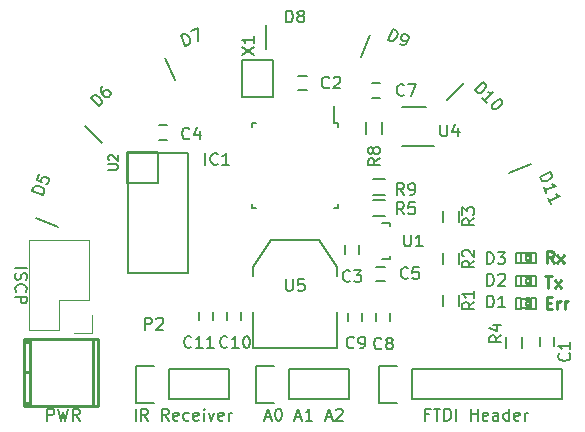
<source format=gto>
G04 #@! TF.FileFunction,Legend,Top*
%FSLAX46Y46*%
G04 Gerber Fmt 4.6, Leading zero omitted, Abs format (unit mm)*
G04 Created by KiCad (PCBNEW (2015-05-28 BZR 5690)-product) date Thursday, June 25, 2015 'AMt' 09:08:00 AM*
%MOMM*%
G01*
G04 APERTURE LIST*
%ADD10C,0.100000*%
%ADD11C,0.200000*%
%ADD12C,0.250000*%
%ADD13C,0.150000*%
%ADD14C,0.254000*%
%ADD15C,0.160000*%
G04 APERTURE END LIST*
D10*
D11*
X132096285Y-114016667D02*
X132572476Y-114016667D01*
X132001047Y-114302381D02*
X132334380Y-113302381D01*
X132667714Y-114302381D01*
X133191523Y-113302381D02*
X133286762Y-113302381D01*
X133382000Y-113350000D01*
X133429619Y-113397619D01*
X133477238Y-113492857D01*
X133524857Y-113683333D01*
X133524857Y-113921429D01*
X133477238Y-114111905D01*
X133429619Y-114207143D01*
X133382000Y-114254762D01*
X133286762Y-114302381D01*
X133191523Y-114302381D01*
X133096285Y-114254762D01*
X133048666Y-114207143D01*
X133001047Y-114111905D01*
X132953428Y-113921429D01*
X132953428Y-113683333D01*
X133001047Y-113492857D01*
X133048666Y-113397619D01*
X133096285Y-113350000D01*
X133191523Y-113302381D01*
X134667714Y-114016667D02*
X135143905Y-114016667D01*
X134572476Y-114302381D02*
X134905809Y-113302381D01*
X135239143Y-114302381D01*
X136096286Y-114302381D02*
X135524857Y-114302381D01*
X135810571Y-114302381D02*
X135810571Y-113302381D01*
X135715333Y-113445238D01*
X135620095Y-113540476D01*
X135524857Y-113588095D01*
X137239143Y-114016667D02*
X137715334Y-114016667D01*
X137143905Y-114302381D02*
X137477238Y-113302381D01*
X137810572Y-114302381D01*
X138096286Y-113397619D02*
X138143905Y-113350000D01*
X138239143Y-113302381D01*
X138477239Y-113302381D01*
X138572477Y-113350000D01*
X138620096Y-113397619D01*
X138667715Y-113492857D01*
X138667715Y-113588095D01*
X138620096Y-113730952D01*
X138048667Y-114302381D01*
X138667715Y-114302381D01*
D10*
X117475000Y-106934000D02*
X117475000Y-105410000D01*
X115951000Y-106934000D02*
X117475000Y-106934000D01*
X117221000Y-104140000D02*
X117221000Y-99060000D01*
X114681000Y-104140000D02*
X117221000Y-104140000D01*
X114681000Y-106680000D02*
X114681000Y-104140000D01*
X112141000Y-106680000D02*
X114681000Y-106680000D01*
X112141000Y-99060000D02*
X112141000Y-106680000D01*
X117221000Y-99060000D02*
X112141000Y-99060000D01*
D11*
X110926619Y-101393810D02*
X111926619Y-101393810D01*
X110974238Y-101822381D02*
X110926619Y-101965238D01*
X110926619Y-102203334D01*
X110974238Y-102298572D01*
X111021857Y-102346191D01*
X111117095Y-102393810D01*
X111212333Y-102393810D01*
X111307571Y-102346191D01*
X111355190Y-102298572D01*
X111402810Y-102203334D01*
X111450429Y-102012857D01*
X111498048Y-101917619D01*
X111545667Y-101870000D01*
X111640905Y-101822381D01*
X111736143Y-101822381D01*
X111831381Y-101870000D01*
X111879000Y-101917619D01*
X111926619Y-102012857D01*
X111926619Y-102250953D01*
X111879000Y-102393810D01*
X111021857Y-103393810D02*
X110974238Y-103346191D01*
X110926619Y-103203334D01*
X110926619Y-103108096D01*
X110974238Y-102965238D01*
X111069476Y-102870000D01*
X111164714Y-102822381D01*
X111355190Y-102774762D01*
X111498048Y-102774762D01*
X111688524Y-102822381D01*
X111783762Y-102870000D01*
X111879000Y-102965238D01*
X111926619Y-103108096D01*
X111926619Y-103203334D01*
X111879000Y-103346191D01*
X111831381Y-103393810D01*
X110926619Y-103822381D02*
X111926619Y-103822381D01*
X111926619Y-104203334D01*
X111879000Y-104298572D01*
X111831381Y-104346191D01*
X111736143Y-104393810D01*
X111593286Y-104393810D01*
X111498048Y-104346191D01*
X111450429Y-104298572D01*
X111402810Y-104203334D01*
X111402810Y-103822381D01*
D12*
X155940095Y-104322571D02*
X156273429Y-104322571D01*
X156416286Y-104846381D02*
X155940095Y-104846381D01*
X155940095Y-103846381D01*
X156416286Y-103846381D01*
X156844857Y-104846381D02*
X156844857Y-104179714D01*
X156844857Y-104370190D02*
X156892476Y-104274952D01*
X156940095Y-104227333D01*
X157035333Y-104179714D01*
X157130572Y-104179714D01*
X157463905Y-104846381D02*
X157463905Y-104179714D01*
X157463905Y-104370190D02*
X157511524Y-104274952D01*
X157559143Y-104227333D01*
X157654381Y-104179714D01*
X157749620Y-104179714D01*
X155797238Y-102068381D02*
X156368667Y-102068381D01*
X156082952Y-103068381D02*
X156082952Y-102068381D01*
X156606762Y-103068381D02*
X157130572Y-102401714D01*
X156606762Y-102401714D02*
X157130572Y-103068381D01*
X156511524Y-100960181D02*
X156178190Y-100483990D01*
X155940095Y-100960181D02*
X155940095Y-99960181D01*
X156321048Y-99960181D01*
X156416286Y-100007800D01*
X156463905Y-100055419D01*
X156511524Y-100150657D01*
X156511524Y-100293514D01*
X156463905Y-100388752D01*
X156416286Y-100436371D01*
X156321048Y-100483990D01*
X155940095Y-100483990D01*
X156844857Y-100960181D02*
X157368667Y-100293514D01*
X156844857Y-100293514D02*
X157368667Y-100960181D01*
D11*
X145983819Y-113778571D02*
X145650485Y-113778571D01*
X145650485Y-114302381D02*
X145650485Y-113302381D01*
X146126676Y-113302381D01*
X146364771Y-113302381D02*
X146936200Y-113302381D01*
X146650485Y-114302381D02*
X146650485Y-113302381D01*
X147269533Y-114302381D02*
X147269533Y-113302381D01*
X147507628Y-113302381D01*
X147650486Y-113350000D01*
X147745724Y-113445238D01*
X147793343Y-113540476D01*
X147840962Y-113730952D01*
X147840962Y-113873810D01*
X147793343Y-114064286D01*
X147745724Y-114159524D01*
X147650486Y-114254762D01*
X147507628Y-114302381D01*
X147269533Y-114302381D01*
X148269533Y-114302381D02*
X148269533Y-113302381D01*
X149507628Y-114302381D02*
X149507628Y-113302381D01*
X149507628Y-113778571D02*
X150079057Y-113778571D01*
X150079057Y-114302381D02*
X150079057Y-113302381D01*
X150936200Y-114254762D02*
X150840962Y-114302381D01*
X150650485Y-114302381D01*
X150555247Y-114254762D01*
X150507628Y-114159524D01*
X150507628Y-113778571D01*
X150555247Y-113683333D01*
X150650485Y-113635714D01*
X150840962Y-113635714D01*
X150936200Y-113683333D01*
X150983819Y-113778571D01*
X150983819Y-113873810D01*
X150507628Y-113969048D01*
X151840962Y-114302381D02*
X151840962Y-113778571D01*
X151793343Y-113683333D01*
X151698105Y-113635714D01*
X151507628Y-113635714D01*
X151412390Y-113683333D01*
X151840962Y-114254762D02*
X151745724Y-114302381D01*
X151507628Y-114302381D01*
X151412390Y-114254762D01*
X151364771Y-114159524D01*
X151364771Y-114064286D01*
X151412390Y-113969048D01*
X151507628Y-113921429D01*
X151745724Y-113921429D01*
X151840962Y-113873810D01*
X152745724Y-114302381D02*
X152745724Y-113302381D01*
X152745724Y-114254762D02*
X152650486Y-114302381D01*
X152460009Y-114302381D01*
X152364771Y-114254762D01*
X152317152Y-114207143D01*
X152269533Y-114111905D01*
X152269533Y-113826190D01*
X152317152Y-113730952D01*
X152364771Y-113683333D01*
X152460009Y-113635714D01*
X152650486Y-113635714D01*
X152745724Y-113683333D01*
X153602867Y-114254762D02*
X153507629Y-114302381D01*
X153317152Y-114302381D01*
X153221914Y-114254762D01*
X153174295Y-114159524D01*
X153174295Y-113778571D01*
X153221914Y-113683333D01*
X153317152Y-113635714D01*
X153507629Y-113635714D01*
X153602867Y-113683333D01*
X153650486Y-113778571D01*
X153650486Y-113873810D01*
X153174295Y-113969048D01*
X154079057Y-114302381D02*
X154079057Y-113635714D01*
X154079057Y-113826190D02*
X154126676Y-113730952D01*
X154174295Y-113683333D01*
X154269533Y-113635714D01*
X154364772Y-113635714D01*
X121121990Y-114302381D02*
X121121990Y-113302381D01*
X122169609Y-114302381D02*
X121836275Y-113826190D01*
X121598180Y-114302381D02*
X121598180Y-113302381D01*
X121979133Y-113302381D01*
X122074371Y-113350000D01*
X122121990Y-113397619D01*
X122169609Y-113492857D01*
X122169609Y-113635714D01*
X122121990Y-113730952D01*
X122074371Y-113778571D01*
X121979133Y-113826190D01*
X121598180Y-113826190D01*
X123931514Y-114302381D02*
X123598180Y-113826190D01*
X123360085Y-114302381D02*
X123360085Y-113302381D01*
X123741038Y-113302381D01*
X123836276Y-113350000D01*
X123883895Y-113397619D01*
X123931514Y-113492857D01*
X123931514Y-113635714D01*
X123883895Y-113730952D01*
X123836276Y-113778571D01*
X123741038Y-113826190D01*
X123360085Y-113826190D01*
X124741038Y-114254762D02*
X124645800Y-114302381D01*
X124455323Y-114302381D01*
X124360085Y-114254762D01*
X124312466Y-114159524D01*
X124312466Y-113778571D01*
X124360085Y-113683333D01*
X124455323Y-113635714D01*
X124645800Y-113635714D01*
X124741038Y-113683333D01*
X124788657Y-113778571D01*
X124788657Y-113873810D01*
X124312466Y-113969048D01*
X125645800Y-114254762D02*
X125550562Y-114302381D01*
X125360085Y-114302381D01*
X125264847Y-114254762D01*
X125217228Y-114207143D01*
X125169609Y-114111905D01*
X125169609Y-113826190D01*
X125217228Y-113730952D01*
X125264847Y-113683333D01*
X125360085Y-113635714D01*
X125550562Y-113635714D01*
X125645800Y-113683333D01*
X126455324Y-114254762D02*
X126360086Y-114302381D01*
X126169609Y-114302381D01*
X126074371Y-114254762D01*
X126026752Y-114159524D01*
X126026752Y-113778571D01*
X126074371Y-113683333D01*
X126169609Y-113635714D01*
X126360086Y-113635714D01*
X126455324Y-113683333D01*
X126502943Y-113778571D01*
X126502943Y-113873810D01*
X126026752Y-113969048D01*
X126931514Y-114302381D02*
X126931514Y-113635714D01*
X126931514Y-113302381D02*
X126883895Y-113350000D01*
X126931514Y-113397619D01*
X126979133Y-113350000D01*
X126931514Y-113302381D01*
X126931514Y-113397619D01*
X127312466Y-113635714D02*
X127550561Y-114302381D01*
X127788657Y-113635714D01*
X128550562Y-114254762D02*
X128455324Y-114302381D01*
X128264847Y-114302381D01*
X128169609Y-114254762D01*
X128121990Y-114159524D01*
X128121990Y-113778571D01*
X128169609Y-113683333D01*
X128264847Y-113635714D01*
X128455324Y-113635714D01*
X128550562Y-113683333D01*
X128598181Y-113778571D01*
X128598181Y-113873810D01*
X128121990Y-113969048D01*
X129026752Y-114302381D02*
X129026752Y-113635714D01*
X129026752Y-113826190D02*
X129074371Y-113730952D01*
X129121990Y-113683333D01*
X129217228Y-113635714D01*
X129312467Y-113635714D01*
X113666667Y-114302381D02*
X113666667Y-113302381D01*
X114047620Y-113302381D01*
X114142858Y-113350000D01*
X114190477Y-113397619D01*
X114238096Y-113492857D01*
X114238096Y-113635714D01*
X114190477Y-113730952D01*
X114142858Y-113778571D01*
X114047620Y-113826190D01*
X113666667Y-113826190D01*
X114571429Y-113302381D02*
X114809524Y-114302381D01*
X115000001Y-113588095D01*
X115190477Y-114302381D01*
X115428572Y-113302381D01*
X116380953Y-114302381D02*
X116047619Y-113826190D01*
X115809524Y-114302381D02*
X115809524Y-113302381D01*
X116190477Y-113302381D01*
X116285715Y-113350000D01*
X116333334Y-113397619D01*
X116380953Y-113492857D01*
X116380953Y-113635714D01*
X116333334Y-113730952D01*
X116285715Y-113778571D01*
X116190477Y-113826190D01*
X115809524Y-113826190D01*
D13*
X155356000Y-107969800D02*
X155356000Y-107269800D01*
X156556000Y-107269800D02*
X156556000Y-107969800D01*
X134905000Y-85125000D02*
X135605000Y-85125000D01*
X135605000Y-86325000D02*
X134905000Y-86325000D01*
X140046000Y-99472000D02*
X140046000Y-100172000D01*
X138846000Y-100172000D02*
X138846000Y-99472000D01*
X123794000Y-90516000D02*
X123094000Y-90516000D01*
X123094000Y-89316000D02*
X123794000Y-89316000D01*
X141509000Y-101279400D02*
X142209000Y-101279400D01*
X142209000Y-102479400D02*
X141509000Y-102479400D01*
X141128000Y-85760000D02*
X141828000Y-85760000D01*
X141828000Y-86960000D02*
X141128000Y-86960000D01*
X141487600Y-105887000D02*
X141487600Y-105187000D01*
X142687600Y-105187000D02*
X142687600Y-105887000D01*
X139100000Y-105887000D02*
X139100000Y-105187000D01*
X140300000Y-105187000D02*
X140300000Y-105887000D01*
X130063800Y-105110800D02*
X130063800Y-105810800D01*
X128863800Y-105810800D02*
X128863800Y-105110800D01*
X127676200Y-105110800D02*
X127676200Y-105810800D01*
X126476200Y-105810800D02*
X126476200Y-105110800D01*
X154627580Y-102938580D02*
X154627580Y-102039420D01*
X154627580Y-102039420D02*
X155026360Y-102039420D01*
X155026360Y-102938580D02*
X155026360Y-102039420D01*
X154627580Y-102938580D02*
X155026360Y-102938580D01*
X153329640Y-102938580D02*
X153329640Y-102039420D01*
X153329640Y-102039420D02*
X153728420Y-102039420D01*
X153728420Y-102938580D02*
X153728420Y-102039420D01*
X153329640Y-102938580D02*
X153728420Y-102938580D01*
X154178000Y-102938580D02*
X154178000Y-102788720D01*
X154178000Y-102788720D02*
X154477720Y-102788720D01*
X154477720Y-102938580D02*
X154477720Y-102788720D01*
X154178000Y-102938580D02*
X154477720Y-102938580D01*
X154178000Y-102189280D02*
X154178000Y-102039420D01*
X154178000Y-102039420D02*
X154477720Y-102039420D01*
X154477720Y-102189280D02*
X154477720Y-102039420D01*
X154178000Y-102189280D02*
X154477720Y-102189280D01*
X154178000Y-102638860D02*
X154178000Y-102339140D01*
X154178000Y-102339140D02*
X154477720Y-102339140D01*
X154477720Y-102638860D02*
X154477720Y-102339140D01*
X154178000Y-102638860D02*
X154477720Y-102638860D01*
X154627580Y-102887780D02*
X153728420Y-102887780D01*
X154627580Y-102090220D02*
X153728420Y-102090220D01*
X154627580Y-101008180D02*
X154627580Y-100109020D01*
X154627580Y-100109020D02*
X155026360Y-100109020D01*
X155026360Y-101008180D02*
X155026360Y-100109020D01*
X154627580Y-101008180D02*
X155026360Y-101008180D01*
X153329640Y-101008180D02*
X153329640Y-100109020D01*
X153329640Y-100109020D02*
X153728420Y-100109020D01*
X153728420Y-101008180D02*
X153728420Y-100109020D01*
X153329640Y-101008180D02*
X153728420Y-101008180D01*
X154178000Y-101008180D02*
X154178000Y-100858320D01*
X154178000Y-100858320D02*
X154477720Y-100858320D01*
X154477720Y-101008180D02*
X154477720Y-100858320D01*
X154178000Y-101008180D02*
X154477720Y-101008180D01*
X154178000Y-100258880D02*
X154178000Y-100109020D01*
X154178000Y-100109020D02*
X154477720Y-100109020D01*
X154477720Y-100258880D02*
X154477720Y-100109020D01*
X154178000Y-100258880D02*
X154477720Y-100258880D01*
X154178000Y-100708460D02*
X154178000Y-100408740D01*
X154178000Y-100408740D02*
X154477720Y-100408740D01*
X154477720Y-100708460D02*
X154477720Y-100408740D01*
X154178000Y-100708460D02*
X154477720Y-100708460D01*
X154627580Y-100957380D02*
X153728420Y-100957380D01*
X154627580Y-100159820D02*
X153728420Y-100159820D01*
X138245000Y-89085000D02*
X137920000Y-89085000D01*
X138245000Y-96335000D02*
X137920000Y-96335000D01*
X130995000Y-96335000D02*
X131320000Y-96335000D01*
X130995000Y-89085000D02*
X131320000Y-89085000D01*
X138245000Y-89085000D02*
X138245000Y-89410000D01*
X130995000Y-89085000D02*
X130995000Y-89410000D01*
X130995000Y-96335000D02*
X130995000Y-96010000D01*
X138245000Y-96335000D02*
X138245000Y-96010000D01*
X137920000Y-89085000D02*
X137920000Y-87660000D01*
X144526000Y-109982000D02*
X157226000Y-109982000D01*
X157226000Y-109982000D02*
X157226000Y-112522000D01*
X157226000Y-112522000D02*
X144526000Y-112522000D01*
X141706000Y-109702000D02*
X143256000Y-109702000D01*
X144526000Y-109982000D02*
X144526000Y-112522000D01*
X143256000Y-112802000D02*
X141706000Y-112802000D01*
X141706000Y-112802000D02*
X141706000Y-109702000D01*
X148503000Y-103640000D02*
X148503000Y-104640000D01*
X147153000Y-104640000D02*
X147153000Y-103640000D01*
X148503000Y-100084000D02*
X148503000Y-101084000D01*
X147153000Y-101084000D02*
X147153000Y-100084000D01*
X148503000Y-96528000D02*
X148503000Y-97528000D01*
X147153000Y-97528000D02*
X147153000Y-96528000D01*
X153837000Y-107196000D02*
X153837000Y-108196000D01*
X152487000Y-108196000D02*
X152487000Y-107196000D01*
X141232000Y-95667200D02*
X142232000Y-95667200D01*
X142232000Y-97017200D02*
X141232000Y-97017200D01*
X142026000Y-89035000D02*
X142026000Y-90035000D01*
X140676000Y-90035000D02*
X140676000Y-89035000D01*
X141232000Y-93838400D02*
X142232000Y-93838400D01*
X142232000Y-95188400D02*
X141232000Y-95188400D01*
X142687040Y-100409960D02*
X142687040Y-100361700D01*
X141986000Y-97610980D02*
X142687040Y-97610980D01*
X142687040Y-97610980D02*
X142687040Y-97859900D01*
X142687040Y-100409960D02*
X142687040Y-100610620D01*
X142687040Y-100610620D02*
X141986000Y-100610620D01*
X145722000Y-87773000D02*
X143672000Y-87773000D01*
X146427000Y-91073000D02*
X143672000Y-91073000D01*
X131064000Y-105156000D02*
X131064000Y-108204000D01*
X131064000Y-108204000D02*
X138176000Y-108204000D01*
X138176000Y-108204000D02*
X138176000Y-105156000D01*
X131064000Y-102108000D02*
X131064000Y-101346000D01*
X131064000Y-101346000D02*
X132588000Y-99060000D01*
X132588000Y-99060000D02*
X136652000Y-99060000D01*
X136652000Y-99060000D02*
X138176000Y-101346000D01*
X138176000Y-101346000D02*
X138176000Y-102108000D01*
X134112000Y-112522000D02*
X139192000Y-112522000D01*
X139192000Y-112522000D02*
X139192000Y-109982000D01*
X139192000Y-109982000D02*
X134112000Y-109982000D01*
X131292000Y-109702000D02*
X132842000Y-109702000D01*
X134112000Y-109982000D02*
X134112000Y-112522000D01*
X132842000Y-112802000D02*
X131292000Y-112802000D01*
X131292000Y-112802000D02*
X131292000Y-109702000D01*
X130145000Y-86944000D02*
X130145000Y-83744000D01*
X130145000Y-83744000D02*
X132745000Y-83744000D01*
X132745000Y-83744000D02*
X132745000Y-86944000D01*
X132745000Y-86944000D02*
X130145000Y-86944000D01*
X154627580Y-104843580D02*
X154627580Y-103944420D01*
X154627580Y-103944420D02*
X155026360Y-103944420D01*
X155026360Y-104843580D02*
X155026360Y-103944420D01*
X154627580Y-104843580D02*
X155026360Y-104843580D01*
X153329640Y-104843580D02*
X153329640Y-103944420D01*
X153329640Y-103944420D02*
X153728420Y-103944420D01*
X153728420Y-104843580D02*
X153728420Y-103944420D01*
X153329640Y-104843580D02*
X153728420Y-104843580D01*
X154178000Y-104843580D02*
X154178000Y-104693720D01*
X154178000Y-104693720D02*
X154477720Y-104693720D01*
X154477720Y-104843580D02*
X154477720Y-104693720D01*
X154178000Y-104843580D02*
X154477720Y-104843580D01*
X154178000Y-104094280D02*
X154178000Y-103944420D01*
X154178000Y-103944420D02*
X154477720Y-103944420D01*
X154477720Y-104094280D02*
X154477720Y-103944420D01*
X154178000Y-104094280D02*
X154477720Y-104094280D01*
X154178000Y-104543860D02*
X154178000Y-104244140D01*
X154178000Y-104244140D02*
X154477720Y-104244140D01*
X154477720Y-104543860D02*
X154477720Y-104244140D01*
X154178000Y-104543860D02*
X154477720Y-104543860D01*
X154627580Y-104792780D02*
X153728420Y-104792780D01*
X154627580Y-103995220D02*
X153728420Y-103995220D01*
X122682000Y-109702000D02*
X121132000Y-109702000D01*
X121132000Y-109702000D02*
X121132000Y-112802000D01*
X121132000Y-112802000D02*
X122682000Y-112802000D01*
X123952000Y-109982000D02*
X129032000Y-109982000D01*
X129032000Y-109982000D02*
X129032000Y-112522000D01*
X129032000Y-112522000D02*
X123952000Y-112522000D01*
X123952000Y-112522000D02*
X123952000Y-109982000D01*
X123646652Y-83629027D02*
X124424264Y-85506351D01*
X132130800Y-80848200D02*
X132130800Y-82880200D01*
X140982227Y-81635052D02*
X140204615Y-83512375D01*
X148903096Y-85700366D02*
X147466255Y-87137207D01*
X154642070Y-92548436D02*
X152764746Y-93326048D01*
X116807070Y-89331800D02*
X118243911Y-90768641D01*
X112673852Y-97142773D02*
X114551175Y-97920385D01*
D14*
X112207040Y-113035080D02*
X112207040Y-107436920D01*
X111709200Y-107635040D02*
X112207040Y-107635040D01*
X112207040Y-112836960D02*
X111709200Y-112836960D01*
X111709200Y-110236000D02*
X112207040Y-110236000D01*
X117508020Y-107436920D02*
X117508020Y-113035080D01*
X111709200Y-107436920D02*
X111709200Y-113035080D01*
X111709200Y-113035080D02*
X117906800Y-113035080D01*
X117906800Y-113035080D02*
X117906800Y-107436920D01*
X117906800Y-107436920D02*
X111709200Y-107436920D01*
D13*
X120396000Y-94234000D02*
X120396000Y-91567000D01*
X120396000Y-91567000D02*
X123063000Y-91567000D01*
X120523000Y-99314000D02*
X120523000Y-101854000D01*
X120523000Y-101854000D02*
X123063000Y-101854000D01*
X120523000Y-94234000D02*
X123063000Y-94234000D01*
X123063000Y-94234000D02*
X123063000Y-91694000D01*
X120523000Y-99314000D02*
X120523000Y-91694000D01*
X120523000Y-91694000D02*
X125603000Y-91694000D01*
X125603000Y-91694000D02*
X125603000Y-101854000D01*
X125603000Y-101854000D02*
X123063000Y-101854000D01*
X157837143Y-108624666D02*
X157884762Y-108672285D01*
X157932381Y-108815142D01*
X157932381Y-108910380D01*
X157884762Y-109053238D01*
X157789524Y-109148476D01*
X157694286Y-109196095D01*
X157503810Y-109243714D01*
X157360952Y-109243714D01*
X157170476Y-109196095D01*
X157075238Y-109148476D01*
X156980000Y-109053238D01*
X156932381Y-108910380D01*
X156932381Y-108815142D01*
X156980000Y-108672285D01*
X157027619Y-108624666D01*
X157932381Y-107672285D02*
X157932381Y-108243714D01*
X157932381Y-107958000D02*
X156932381Y-107958000D01*
X157075238Y-108053238D01*
X157170476Y-108148476D01*
X157218095Y-108243714D01*
X137513334Y-86082143D02*
X137465715Y-86129762D01*
X137322858Y-86177381D01*
X137227620Y-86177381D01*
X137084762Y-86129762D01*
X136989524Y-86034524D01*
X136941905Y-85939286D01*
X136894286Y-85748810D01*
X136894286Y-85605952D01*
X136941905Y-85415476D01*
X136989524Y-85320238D01*
X137084762Y-85225000D01*
X137227620Y-85177381D01*
X137322858Y-85177381D01*
X137465715Y-85225000D01*
X137513334Y-85272619D01*
X137894286Y-85272619D02*
X137941905Y-85225000D01*
X138037143Y-85177381D01*
X138275239Y-85177381D01*
X138370477Y-85225000D01*
X138418096Y-85272619D01*
X138465715Y-85367857D01*
X138465715Y-85463095D01*
X138418096Y-85605952D01*
X137846667Y-86177381D01*
X138465715Y-86177381D01*
X139279334Y-102465143D02*
X139231715Y-102512762D01*
X139088858Y-102560381D01*
X138993620Y-102560381D01*
X138850762Y-102512762D01*
X138755524Y-102417524D01*
X138707905Y-102322286D01*
X138660286Y-102131810D01*
X138660286Y-101988952D01*
X138707905Y-101798476D01*
X138755524Y-101703238D01*
X138850762Y-101608000D01*
X138993620Y-101560381D01*
X139088858Y-101560381D01*
X139231715Y-101608000D01*
X139279334Y-101655619D01*
X139612667Y-101560381D02*
X140231715Y-101560381D01*
X139898381Y-101941333D01*
X140041239Y-101941333D01*
X140136477Y-101988952D01*
X140184096Y-102036571D01*
X140231715Y-102131810D01*
X140231715Y-102369905D01*
X140184096Y-102465143D01*
X140136477Y-102512762D01*
X140041239Y-102560381D01*
X139755524Y-102560381D01*
X139660286Y-102512762D01*
X139612667Y-102465143D01*
X125690334Y-90400143D02*
X125642715Y-90447762D01*
X125499858Y-90495381D01*
X125404620Y-90495381D01*
X125261762Y-90447762D01*
X125166524Y-90352524D01*
X125118905Y-90257286D01*
X125071286Y-90066810D01*
X125071286Y-89923952D01*
X125118905Y-89733476D01*
X125166524Y-89638238D01*
X125261762Y-89543000D01*
X125404620Y-89495381D01*
X125499858Y-89495381D01*
X125642715Y-89543000D01*
X125690334Y-89590619D01*
X126547477Y-89828714D02*
X126547477Y-90495381D01*
X126309381Y-89447762D02*
X126071286Y-90162048D01*
X126690334Y-90162048D01*
X144181534Y-102211143D02*
X144133915Y-102258762D01*
X143991058Y-102306381D01*
X143895820Y-102306381D01*
X143752962Y-102258762D01*
X143657724Y-102163524D01*
X143610105Y-102068286D01*
X143562486Y-101877810D01*
X143562486Y-101734952D01*
X143610105Y-101544476D01*
X143657724Y-101449238D01*
X143752962Y-101354000D01*
X143895820Y-101306381D01*
X143991058Y-101306381D01*
X144133915Y-101354000D01*
X144181534Y-101401619D01*
X145086296Y-101306381D02*
X144610105Y-101306381D01*
X144562486Y-101782571D01*
X144610105Y-101734952D01*
X144705343Y-101687333D01*
X144943439Y-101687333D01*
X145038677Y-101734952D01*
X145086296Y-101782571D01*
X145133915Y-101877810D01*
X145133915Y-102115905D01*
X145086296Y-102211143D01*
X145038677Y-102258762D01*
X144943439Y-102306381D01*
X144705343Y-102306381D01*
X144610105Y-102258762D01*
X144562486Y-102211143D01*
X143851334Y-86717143D02*
X143803715Y-86764762D01*
X143660858Y-86812381D01*
X143565620Y-86812381D01*
X143422762Y-86764762D01*
X143327524Y-86669524D01*
X143279905Y-86574286D01*
X143232286Y-86383810D01*
X143232286Y-86240952D01*
X143279905Y-86050476D01*
X143327524Y-85955238D01*
X143422762Y-85860000D01*
X143565620Y-85812381D01*
X143660858Y-85812381D01*
X143803715Y-85860000D01*
X143851334Y-85907619D01*
X144184667Y-85812381D02*
X144851334Y-85812381D01*
X144422762Y-86812381D01*
X141946334Y-108180143D02*
X141898715Y-108227762D01*
X141755858Y-108275381D01*
X141660620Y-108275381D01*
X141517762Y-108227762D01*
X141422524Y-108132524D01*
X141374905Y-108037286D01*
X141327286Y-107846810D01*
X141327286Y-107703952D01*
X141374905Y-107513476D01*
X141422524Y-107418238D01*
X141517762Y-107323000D01*
X141660620Y-107275381D01*
X141755858Y-107275381D01*
X141898715Y-107323000D01*
X141946334Y-107370619D01*
X142517762Y-107703952D02*
X142422524Y-107656333D01*
X142374905Y-107608714D01*
X142327286Y-107513476D01*
X142327286Y-107465857D01*
X142374905Y-107370619D01*
X142422524Y-107323000D01*
X142517762Y-107275381D01*
X142708239Y-107275381D01*
X142803477Y-107323000D01*
X142851096Y-107370619D01*
X142898715Y-107465857D01*
X142898715Y-107513476D01*
X142851096Y-107608714D01*
X142803477Y-107656333D01*
X142708239Y-107703952D01*
X142517762Y-107703952D01*
X142422524Y-107751571D01*
X142374905Y-107799190D01*
X142327286Y-107894429D01*
X142327286Y-108084905D01*
X142374905Y-108180143D01*
X142422524Y-108227762D01*
X142517762Y-108275381D01*
X142708239Y-108275381D01*
X142803477Y-108227762D01*
X142851096Y-108180143D01*
X142898715Y-108084905D01*
X142898715Y-107894429D01*
X142851096Y-107799190D01*
X142803477Y-107751571D01*
X142708239Y-107703952D01*
X139609534Y-108103943D02*
X139561915Y-108151562D01*
X139419058Y-108199181D01*
X139323820Y-108199181D01*
X139180962Y-108151562D01*
X139085724Y-108056324D01*
X139038105Y-107961086D01*
X138990486Y-107770610D01*
X138990486Y-107627752D01*
X139038105Y-107437276D01*
X139085724Y-107342038D01*
X139180962Y-107246800D01*
X139323820Y-107199181D01*
X139419058Y-107199181D01*
X139561915Y-107246800D01*
X139609534Y-107294419D01*
X140085724Y-108199181D02*
X140276200Y-108199181D01*
X140371439Y-108151562D01*
X140419058Y-108103943D01*
X140514296Y-107961086D01*
X140561915Y-107770610D01*
X140561915Y-107389657D01*
X140514296Y-107294419D01*
X140466677Y-107246800D01*
X140371439Y-107199181D01*
X140180962Y-107199181D01*
X140085724Y-107246800D01*
X140038105Y-107294419D01*
X139990486Y-107389657D01*
X139990486Y-107627752D01*
X140038105Y-107722990D01*
X140085724Y-107770610D01*
X140180962Y-107818229D01*
X140371439Y-107818229D01*
X140466677Y-107770610D01*
X140514296Y-107722990D01*
X140561915Y-107627752D01*
X128897143Y-108053143D02*
X128849524Y-108100762D01*
X128706667Y-108148381D01*
X128611429Y-108148381D01*
X128468571Y-108100762D01*
X128373333Y-108005524D01*
X128325714Y-107910286D01*
X128278095Y-107719810D01*
X128278095Y-107576952D01*
X128325714Y-107386476D01*
X128373333Y-107291238D01*
X128468571Y-107196000D01*
X128611429Y-107148381D01*
X128706667Y-107148381D01*
X128849524Y-107196000D01*
X128897143Y-107243619D01*
X129849524Y-108148381D02*
X129278095Y-108148381D01*
X129563809Y-108148381D02*
X129563809Y-107148381D01*
X129468571Y-107291238D01*
X129373333Y-107386476D01*
X129278095Y-107434095D01*
X130468571Y-107148381D02*
X130563810Y-107148381D01*
X130659048Y-107196000D01*
X130706667Y-107243619D01*
X130754286Y-107338857D01*
X130801905Y-107529333D01*
X130801905Y-107767429D01*
X130754286Y-107957905D01*
X130706667Y-108053143D01*
X130659048Y-108100762D01*
X130563810Y-108148381D01*
X130468571Y-108148381D01*
X130373333Y-108100762D01*
X130325714Y-108053143D01*
X130278095Y-107957905D01*
X130230476Y-107767429D01*
X130230476Y-107529333D01*
X130278095Y-107338857D01*
X130325714Y-107243619D01*
X130373333Y-107196000D01*
X130468571Y-107148381D01*
X125849143Y-108053143D02*
X125801524Y-108100762D01*
X125658667Y-108148381D01*
X125563429Y-108148381D01*
X125420571Y-108100762D01*
X125325333Y-108005524D01*
X125277714Y-107910286D01*
X125230095Y-107719810D01*
X125230095Y-107576952D01*
X125277714Y-107386476D01*
X125325333Y-107291238D01*
X125420571Y-107196000D01*
X125563429Y-107148381D01*
X125658667Y-107148381D01*
X125801524Y-107196000D01*
X125849143Y-107243619D01*
X126801524Y-108148381D02*
X126230095Y-108148381D01*
X126515809Y-108148381D02*
X126515809Y-107148381D01*
X126420571Y-107291238D01*
X126325333Y-107386476D01*
X126230095Y-107434095D01*
X127753905Y-108148381D02*
X127182476Y-108148381D01*
X127468190Y-108148381D02*
X127468190Y-107148381D01*
X127372952Y-107291238D01*
X127277714Y-107386476D01*
X127182476Y-107434095D01*
X150899905Y-102890581D02*
X150899905Y-101890581D01*
X151138000Y-101890581D01*
X151280858Y-101938200D01*
X151376096Y-102033438D01*
X151423715Y-102128676D01*
X151471334Y-102319152D01*
X151471334Y-102462010D01*
X151423715Y-102652486D01*
X151376096Y-102747724D01*
X151280858Y-102842962D01*
X151138000Y-102890581D01*
X150899905Y-102890581D01*
X151852286Y-101985819D02*
X151899905Y-101938200D01*
X151995143Y-101890581D01*
X152233239Y-101890581D01*
X152328477Y-101938200D01*
X152376096Y-101985819D01*
X152423715Y-102081057D01*
X152423715Y-102176295D01*
X152376096Y-102319152D01*
X151804667Y-102890581D01*
X152423715Y-102890581D01*
X150874505Y-101036381D02*
X150874505Y-100036381D01*
X151112600Y-100036381D01*
X151255458Y-100084000D01*
X151350696Y-100179238D01*
X151398315Y-100274476D01*
X151445934Y-100464952D01*
X151445934Y-100607810D01*
X151398315Y-100798286D01*
X151350696Y-100893524D01*
X151255458Y-100988762D01*
X151112600Y-101036381D01*
X150874505Y-101036381D01*
X151779267Y-100036381D02*
X152398315Y-100036381D01*
X152064981Y-100417333D01*
X152207839Y-100417333D01*
X152303077Y-100464952D01*
X152350696Y-100512571D01*
X152398315Y-100607810D01*
X152398315Y-100845905D01*
X152350696Y-100941143D01*
X152303077Y-100988762D01*
X152207839Y-101036381D01*
X151922124Y-101036381D01*
X151826886Y-100988762D01*
X151779267Y-100941143D01*
X127039810Y-92654381D02*
X127039810Y-91654381D01*
X128087429Y-92559143D02*
X128039810Y-92606762D01*
X127896953Y-92654381D01*
X127801715Y-92654381D01*
X127658857Y-92606762D01*
X127563619Y-92511524D01*
X127516000Y-92416286D01*
X127468381Y-92225810D01*
X127468381Y-92082952D01*
X127516000Y-91892476D01*
X127563619Y-91797238D01*
X127658857Y-91702000D01*
X127801715Y-91654381D01*
X127896953Y-91654381D01*
X128039810Y-91702000D01*
X128087429Y-91749619D01*
X129039810Y-92654381D02*
X128468381Y-92654381D01*
X128754095Y-92654381D02*
X128754095Y-91654381D01*
X128658857Y-91797238D01*
X128563619Y-91892476D01*
X128468381Y-91940095D01*
X149804381Y-104281266D02*
X149328190Y-104614600D01*
X149804381Y-104852695D02*
X148804381Y-104852695D01*
X148804381Y-104471742D01*
X148852000Y-104376504D01*
X148899619Y-104328885D01*
X148994857Y-104281266D01*
X149137714Y-104281266D01*
X149232952Y-104328885D01*
X149280571Y-104376504D01*
X149328190Y-104471742D01*
X149328190Y-104852695D01*
X149804381Y-103328885D02*
X149804381Y-103900314D01*
X149804381Y-103614600D02*
X148804381Y-103614600D01*
X148947238Y-103709838D01*
X149042476Y-103805076D01*
X149090095Y-103900314D01*
X149804381Y-100776066D02*
X149328190Y-101109400D01*
X149804381Y-101347495D02*
X148804381Y-101347495D01*
X148804381Y-100966542D01*
X148852000Y-100871304D01*
X148899619Y-100823685D01*
X148994857Y-100776066D01*
X149137714Y-100776066D01*
X149232952Y-100823685D01*
X149280571Y-100871304D01*
X149328190Y-100966542D01*
X149328190Y-101347495D01*
X148899619Y-100395114D02*
X148852000Y-100347495D01*
X148804381Y-100252257D01*
X148804381Y-100014161D01*
X148852000Y-99918923D01*
X148899619Y-99871304D01*
X148994857Y-99823685D01*
X149090095Y-99823685D01*
X149232952Y-99871304D01*
X149804381Y-100442733D01*
X149804381Y-99823685D01*
X149804381Y-97194666D02*
X149328190Y-97528000D01*
X149804381Y-97766095D02*
X148804381Y-97766095D01*
X148804381Y-97385142D01*
X148852000Y-97289904D01*
X148899619Y-97242285D01*
X148994857Y-97194666D01*
X149137714Y-97194666D01*
X149232952Y-97242285D01*
X149280571Y-97289904D01*
X149328190Y-97385142D01*
X149328190Y-97766095D01*
X148804381Y-96861333D02*
X148804381Y-96242285D01*
X149185333Y-96575619D01*
X149185333Y-96432761D01*
X149232952Y-96337523D01*
X149280571Y-96289904D01*
X149375810Y-96242285D01*
X149613905Y-96242285D01*
X149709143Y-96289904D01*
X149756762Y-96337523D01*
X149804381Y-96432761D01*
X149804381Y-96718476D01*
X149756762Y-96813714D01*
X149709143Y-96861333D01*
X152090381Y-107100666D02*
X151614190Y-107434000D01*
X152090381Y-107672095D02*
X151090381Y-107672095D01*
X151090381Y-107291142D01*
X151138000Y-107195904D01*
X151185619Y-107148285D01*
X151280857Y-107100666D01*
X151423714Y-107100666D01*
X151518952Y-107148285D01*
X151566571Y-107195904D01*
X151614190Y-107291142D01*
X151614190Y-107672095D01*
X151423714Y-106243523D02*
X152090381Y-106243523D01*
X151042762Y-106481619D02*
X151757048Y-106719714D01*
X151757048Y-106100666D01*
X143851334Y-96832681D02*
X143518000Y-96356490D01*
X143279905Y-96832681D02*
X143279905Y-95832681D01*
X143660858Y-95832681D01*
X143756096Y-95880300D01*
X143803715Y-95927919D01*
X143851334Y-96023157D01*
X143851334Y-96166014D01*
X143803715Y-96261252D01*
X143756096Y-96308871D01*
X143660858Y-96356490D01*
X143279905Y-96356490D01*
X144756096Y-95832681D02*
X144279905Y-95832681D01*
X144232286Y-96308871D01*
X144279905Y-96261252D01*
X144375143Y-96213633D01*
X144613239Y-96213633D01*
X144708477Y-96261252D01*
X144756096Y-96308871D01*
X144803715Y-96404110D01*
X144803715Y-96642205D01*
X144756096Y-96737443D01*
X144708477Y-96785062D01*
X144613239Y-96832681D01*
X144375143Y-96832681D01*
X144279905Y-96785062D01*
X144232286Y-96737443D01*
X141803381Y-92114666D02*
X141327190Y-92448000D01*
X141803381Y-92686095D02*
X140803381Y-92686095D01*
X140803381Y-92305142D01*
X140851000Y-92209904D01*
X140898619Y-92162285D01*
X140993857Y-92114666D01*
X141136714Y-92114666D01*
X141231952Y-92162285D01*
X141279571Y-92209904D01*
X141327190Y-92305142D01*
X141327190Y-92686095D01*
X141231952Y-91543238D02*
X141184333Y-91638476D01*
X141136714Y-91686095D01*
X141041476Y-91733714D01*
X140993857Y-91733714D01*
X140898619Y-91686095D01*
X140851000Y-91638476D01*
X140803381Y-91543238D01*
X140803381Y-91352761D01*
X140851000Y-91257523D01*
X140898619Y-91209904D01*
X140993857Y-91162285D01*
X141041476Y-91162285D01*
X141136714Y-91209904D01*
X141184333Y-91257523D01*
X141231952Y-91352761D01*
X141231952Y-91543238D01*
X141279571Y-91638476D01*
X141327190Y-91686095D01*
X141422429Y-91733714D01*
X141612905Y-91733714D01*
X141708143Y-91686095D01*
X141755762Y-91638476D01*
X141803381Y-91543238D01*
X141803381Y-91352761D01*
X141755762Y-91257523D01*
X141708143Y-91209904D01*
X141612905Y-91162285D01*
X141422429Y-91162285D01*
X141327190Y-91209904D01*
X141279571Y-91257523D01*
X141231952Y-91352761D01*
X143851334Y-95194381D02*
X143518000Y-94718190D01*
X143279905Y-95194381D02*
X143279905Y-94194381D01*
X143660858Y-94194381D01*
X143756096Y-94242000D01*
X143803715Y-94289619D01*
X143851334Y-94384857D01*
X143851334Y-94527714D01*
X143803715Y-94622952D01*
X143756096Y-94670571D01*
X143660858Y-94718190D01*
X143279905Y-94718190D01*
X144327524Y-95194381D02*
X144518000Y-95194381D01*
X144613239Y-95146762D01*
X144660858Y-95099143D01*
X144756096Y-94956286D01*
X144803715Y-94765810D01*
X144803715Y-94384857D01*
X144756096Y-94289619D01*
X144708477Y-94242000D01*
X144613239Y-94194381D01*
X144422762Y-94194381D01*
X144327524Y-94242000D01*
X144279905Y-94289619D01*
X144232286Y-94384857D01*
X144232286Y-94622952D01*
X144279905Y-94718190D01*
X144327524Y-94765810D01*
X144422762Y-94813429D01*
X144613239Y-94813429D01*
X144708477Y-94765810D01*
X144756096Y-94718190D01*
X144803715Y-94622952D01*
X143865695Y-98563181D02*
X143865695Y-99372705D01*
X143913314Y-99467943D01*
X143960933Y-99515562D01*
X144056171Y-99563181D01*
X144246648Y-99563181D01*
X144341886Y-99515562D01*
X144389505Y-99467943D01*
X144437124Y-99372705D01*
X144437124Y-98563181D01*
X145437124Y-99563181D02*
X144865695Y-99563181D01*
X145151409Y-99563181D02*
X145151409Y-98563181D01*
X145056171Y-98706038D01*
X144960933Y-98801276D01*
X144865695Y-98848895D01*
X146939095Y-89241381D02*
X146939095Y-90050905D01*
X146986714Y-90146143D01*
X147034333Y-90193762D01*
X147129571Y-90241381D01*
X147320048Y-90241381D01*
X147415286Y-90193762D01*
X147462905Y-90146143D01*
X147510524Y-90050905D01*
X147510524Y-89241381D01*
X148415286Y-89574714D02*
X148415286Y-90241381D01*
X148177190Y-89193762D02*
X147939095Y-89908048D01*
X148558143Y-89908048D01*
X133858095Y-102322381D02*
X133858095Y-103131905D01*
X133905714Y-103227143D01*
X133953333Y-103274762D01*
X134048571Y-103322381D01*
X134239048Y-103322381D01*
X134334286Y-103274762D01*
X134381905Y-103227143D01*
X134429524Y-103131905D01*
X134429524Y-102322381D01*
X135381905Y-102322381D02*
X134905714Y-102322381D01*
X134858095Y-102798571D01*
X134905714Y-102750952D01*
X135000952Y-102703333D01*
X135239048Y-102703333D01*
X135334286Y-102750952D01*
X135381905Y-102798571D01*
X135429524Y-102893810D01*
X135429524Y-103131905D01*
X135381905Y-103227143D01*
X135334286Y-103274762D01*
X135239048Y-103322381D01*
X135000952Y-103322381D01*
X134905714Y-103274762D01*
X134858095Y-103227143D01*
X130135381Y-83359524D02*
X131135381Y-82692857D01*
X130135381Y-82692857D02*
X131135381Y-83359524D01*
X131135381Y-81788095D02*
X131135381Y-82359524D01*
X131135381Y-82073810D02*
X130135381Y-82073810D01*
X130278238Y-82169048D01*
X130373476Y-82264286D01*
X130421095Y-82359524D01*
X150899905Y-104719381D02*
X150899905Y-103719381D01*
X151138000Y-103719381D01*
X151280858Y-103767000D01*
X151376096Y-103862238D01*
X151423715Y-103957476D01*
X151471334Y-104147952D01*
X151471334Y-104290810D01*
X151423715Y-104481286D01*
X151376096Y-104576524D01*
X151280858Y-104671762D01*
X151138000Y-104719381D01*
X150899905Y-104719381D01*
X152423715Y-104719381D02*
X151852286Y-104719381D01*
X152138000Y-104719381D02*
X152138000Y-103719381D01*
X152042762Y-103862238D01*
X151947524Y-103957476D01*
X151852286Y-104005095D01*
X121943905Y-106604381D02*
X121943905Y-105604381D01*
X122324858Y-105604381D01*
X122420096Y-105652000D01*
X122467715Y-105699619D01*
X122515334Y-105794857D01*
X122515334Y-105937714D01*
X122467715Y-106032952D01*
X122420096Y-106080571D01*
X122324858Y-106128190D01*
X121943905Y-106128190D01*
X122896286Y-105699619D02*
X122943905Y-105652000D01*
X123039143Y-105604381D01*
X123277239Y-105604381D01*
X123372477Y-105652000D01*
X123420096Y-105699619D01*
X123467715Y-105794857D01*
X123467715Y-105890095D01*
X123420096Y-106032952D01*
X122848667Y-106604381D01*
X123467715Y-106604381D01*
X125348208Y-82615402D02*
X124965524Y-81691523D01*
X125185496Y-81600408D01*
X125335702Y-81589733D01*
X125460137Y-81641275D01*
X125540577Y-81711040D01*
X125657463Y-81868794D01*
X125712132Y-82000778D01*
X125741030Y-82194978D01*
X125733482Y-82301189D01*
X125681940Y-82425624D01*
X125568179Y-82524287D01*
X125348208Y-82615402D01*
X125801416Y-81345285D02*
X126417336Y-81090163D01*
X126404070Y-82178050D01*
X133881905Y-80589381D02*
X133881905Y-79589381D01*
X134120000Y-79589381D01*
X134262858Y-79637000D01*
X134358096Y-79732238D01*
X134405715Y-79827476D01*
X134453334Y-80017952D01*
X134453334Y-80160810D01*
X134405715Y-80351286D01*
X134358096Y-80446524D01*
X134262858Y-80541762D01*
X134120000Y-80589381D01*
X133881905Y-80589381D01*
X135024762Y-80017952D02*
X134929524Y-79970333D01*
X134881905Y-79922714D01*
X134834286Y-79827476D01*
X134834286Y-79779857D01*
X134881905Y-79684619D01*
X134929524Y-79637000D01*
X135024762Y-79589381D01*
X135215239Y-79589381D01*
X135310477Y-79637000D01*
X135358096Y-79684619D01*
X135405715Y-79779857D01*
X135405715Y-79827476D01*
X135358096Y-79922714D01*
X135310477Y-79970333D01*
X135215239Y-80017952D01*
X135024762Y-80017952D01*
X134929524Y-80065571D01*
X134881905Y-80113190D01*
X134834286Y-80208429D01*
X134834286Y-80398905D01*
X134881905Y-80494143D01*
X134929524Y-80541762D01*
X135024762Y-80589381D01*
X135215239Y-80589381D01*
X135310477Y-80541762D01*
X135358096Y-80494143D01*
X135405715Y-80398905D01*
X135405715Y-80208429D01*
X135358096Y-80113190D01*
X135310477Y-80065571D01*
X135215239Y-80017952D01*
X142527970Y-82050489D02*
X142910654Y-81126609D01*
X143130625Y-81217724D01*
X143244386Y-81316388D01*
X143295928Y-81440822D01*
X143303476Y-81547034D01*
X143274578Y-81741234D01*
X143219909Y-81873217D01*
X143103023Y-82030971D01*
X143022583Y-82100737D01*
X142898148Y-82152279D01*
X142747942Y-82141604D01*
X142527970Y-82050489D01*
X143495844Y-82451395D02*
X143671821Y-82524287D01*
X143778033Y-82516739D01*
X143840251Y-82490968D01*
X143982908Y-82395432D01*
X144099794Y-82237678D01*
X144245579Y-81885723D01*
X144238031Y-81779512D01*
X144212259Y-81717294D01*
X144142494Y-81636854D01*
X143966516Y-81563962D01*
X143860305Y-81571510D01*
X143798087Y-81597281D01*
X143717647Y-81667047D01*
X143626532Y-81887018D01*
X143634080Y-81993229D01*
X143659851Y-82055447D01*
X143729617Y-82135888D01*
X143905594Y-82208780D01*
X144011806Y-82201232D01*
X144074023Y-82175460D01*
X144154464Y-82105694D01*
X149824487Y-86329252D02*
X150531594Y-85622145D01*
X150699953Y-85790504D01*
X150767297Y-85925191D01*
X150767297Y-86059878D01*
X150733625Y-86160893D01*
X150632610Y-86329252D01*
X150531594Y-86430268D01*
X150363236Y-86531283D01*
X150262221Y-86564955D01*
X150127534Y-86564955D01*
X149992846Y-86497610D01*
X149824487Y-86329252D01*
X150901984Y-87406748D02*
X150497923Y-87002687D01*
X150699953Y-87204717D02*
X151407060Y-86497610D01*
X151238701Y-86531282D01*
X151104014Y-86531282D01*
X151002999Y-86497610D01*
X152046823Y-87137374D02*
X152114167Y-87204718D01*
X152147839Y-87305733D01*
X152147839Y-87373076D01*
X152114167Y-87474092D01*
X152013152Y-87642450D01*
X151844793Y-87810810D01*
X151676434Y-87911825D01*
X151575419Y-87945496D01*
X151508075Y-87945496D01*
X151407060Y-87911825D01*
X151339716Y-87844481D01*
X151306044Y-87743465D01*
X151306044Y-87676122D01*
X151339716Y-87575107D01*
X151440731Y-87406748D01*
X151609091Y-87238389D01*
X151777449Y-87137374D01*
X151878464Y-87103702D01*
X151945808Y-87103702D01*
X152046823Y-87137374D01*
X155327367Y-93666265D02*
X156251247Y-93283581D01*
X156342362Y-93503552D01*
X156353037Y-93653759D01*
X156301495Y-93778193D01*
X156231729Y-93858634D01*
X156073975Y-93975520D01*
X155941992Y-94030189D01*
X155747792Y-94059087D01*
X155641580Y-94051539D01*
X155517146Y-93999996D01*
X155418482Y-93886236D01*
X155327367Y-93666265D01*
X155910504Y-95074082D02*
X155691828Y-94546150D01*
X155801166Y-94810115D02*
X156725045Y-94427432D01*
X156556617Y-94394112D01*
X156432182Y-94342570D01*
X156351742Y-94272805D01*
X156274965Y-95953967D02*
X156056288Y-95426035D01*
X156165626Y-95690001D02*
X157089506Y-95307317D01*
X156921077Y-95273998D01*
X156796643Y-95222455D01*
X156716202Y-95152690D01*
X118034970Y-87709794D02*
X117327863Y-87002687D01*
X117496222Y-86834328D01*
X117630909Y-86766984D01*
X117765596Y-86766984D01*
X117866611Y-86800656D01*
X118034970Y-86901671D01*
X118135986Y-87002687D01*
X118237001Y-87171045D01*
X118270672Y-87272061D01*
X118270672Y-87406747D01*
X118203328Y-87541435D01*
X118034970Y-87709794D01*
X118338016Y-85992534D02*
X118203328Y-86127222D01*
X118169657Y-86228237D01*
X118169657Y-86295580D01*
X118203328Y-86463939D01*
X118304343Y-86632297D01*
X118573718Y-86901672D01*
X118674733Y-86935343D01*
X118742076Y-86935343D01*
X118843092Y-86901672D01*
X118977779Y-86766984D01*
X119011451Y-86665969D01*
X119011451Y-86598626D01*
X118977779Y-86497610D01*
X118809421Y-86329252D01*
X118708405Y-86295579D01*
X118641061Y-86295579D01*
X118540046Y-86329251D01*
X118405359Y-86463939D01*
X118371687Y-86564954D01*
X118371687Y-86632297D01*
X118405359Y-86733313D01*
X113292489Y-95216030D02*
X112368609Y-94833346D01*
X112459724Y-94613375D01*
X112558388Y-94499614D01*
X112682822Y-94448072D01*
X112789034Y-94440524D01*
X112983234Y-94469422D01*
X113115217Y-94524091D01*
X113272971Y-94640977D01*
X113342737Y-94721417D01*
X113394279Y-94845852D01*
X113383604Y-94996058D01*
X113292489Y-95216030D01*
X112933523Y-93469523D02*
X112751293Y-93909467D01*
X113173012Y-94135691D01*
X113147241Y-94073474D01*
X113139692Y-93967262D01*
X113230808Y-93747290D01*
X113311248Y-93677525D01*
X113373465Y-93651754D01*
X113479678Y-93644206D01*
X113699649Y-93735321D01*
X113769414Y-93815761D01*
X113795185Y-93877978D01*
X113802734Y-93984190D01*
X113711618Y-94204162D01*
X113631178Y-94273927D01*
X113568961Y-94299698D01*
D15*
X118814905Y-93065524D02*
X119462524Y-93065524D01*
X119538714Y-93027429D01*
X119576810Y-92989333D01*
X119614905Y-92913143D01*
X119614905Y-92760762D01*
X119576810Y-92684571D01*
X119538714Y-92646476D01*
X119462524Y-92608381D01*
X118814905Y-92608381D01*
X118891095Y-92265524D02*
X118853000Y-92227429D01*
X118814905Y-92151238D01*
X118814905Y-91960762D01*
X118853000Y-91884572D01*
X118891095Y-91846476D01*
X118967286Y-91808381D01*
X119043476Y-91808381D01*
X119157762Y-91846476D01*
X119614905Y-92303619D01*
X119614905Y-91808381D01*
M02*

</source>
